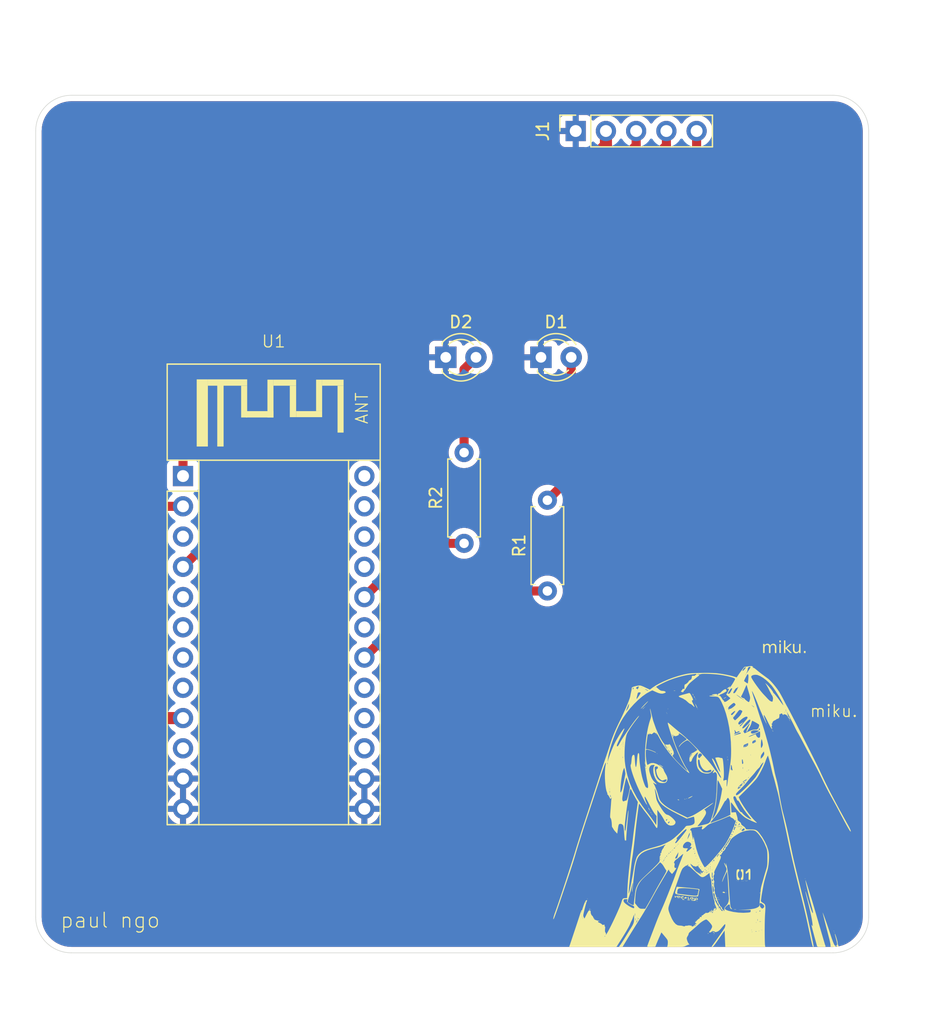
<source format=kicad_pcb>
(kicad_pcb (version 20241229) (generator "pcbnew") (generator_version "9.0")
  (layers (0 "F.Cu" signal) (2 "B.Cu" signal) (13 "F.Paste" user) (15 "B.Paste" user) (5 "F.SilkS" user "F.Silkscreen") (7 "B.SilkS" user "B.Silkscreen") (1 "F.Mask" user) (3 "B.Mask" user) (25 "Edge.Cuts" user))
  (net 0 "")
  (net 1 "Net-(D1-A)")
  (net 2 "GND")
  (net 3 "Net-(D2-A)")
  (net 4 "/SW")
  (net 5 "/VRX")
  (net 6 "/VRY")
  (net 7 "+5V")
  (net 8 "Net-(U1-IO8)")
  (net 9 "Net-(U1-IO10)")
  (footprint "Connector_PinSocket_2.54mm:PinSocket_1x05_P2.54mm_Vertical" (layer "F.Cu") (at 173.38 64 90)
    (property "Reference" "J1" (at 0 -2.77 90) (layer "F.SilkS"))
    (property "Value" "Conn_01x05_Socket")
    (pad "1" thru_hole rect (at 0 0 90) (size 1.7 1.7) (drill 1) (layers "*.Cu" "*.Mask") (net 2 "GND"))
    (pad "2" thru_hole oval (at 0 2.54 90) (size 1.7 1.7) (drill 1) (layers "*.Cu" "*.Mask") (net 7 "+5V"))
    (pad "3" thru_hole oval (at 0 5.08 90) (size 1.7 1.7) (drill 1) (layers "*.Cu" "*.Mask") (net 5 "/VRX"))
    (pad "4" thru_hole oval (at 0 7.62 90) (size 1.7 1.7) (drill 1) (layers "*.Cu" "*.Mask") (net 6 "/VRY"))
    (pad "5" thru_hole oval (at 0 10.16 90) (size 1.7 1.7) (drill 1) (layers "*.Cu" "*.Mask") (net 4 "/SW"))
  )
  (footprint "kicadpictures:mikupic" (layer "F.Cu") (at 184 120)
    (property "Reference" "G***" (hide yes))
    (property "Value" "LOGO" (hide yes))
  )
  (footprint "LED_THT:LED_D3.0mm" (layer "F.Cu") (at 170.46 83)
    (property "Reference" "D1" (at 1.27 -2.96 0) (layer "F.SilkS"))
    (property "Value" "LED")
    (pad "1" thru_hole rect (at 0 0) (size 1.8 1.8) (drill 0.9) (layers "*.Cu" "*.Mask") (net 2 "GND"))
    (pad "2" thru_hole circle (at 2.54 0) (size 1.8 1.8) (drill 0.9) (layers "*.Cu" "*.Mask") (net 1 "Net-(D1-A)"))
  )
  (footprint "Resistor_THT:R_Axial_DIN0207_L6.3mm_D2.5mm_P7.62mm_Horizontal" (layer "F.Cu") (at 171 102.62 90)
    (property "Reference" "R1" (at 3.81 -2.37 90) (layer "F.SilkS"))
    (property "Value" "R_US")
    (pad "1" thru_hole circle (at 0 0 90) (size 1.6 1.6) (drill 0.8) (layers "*.Cu" "*.Mask") (net 8 "Net-(U1-IO8)"))
    (pad "2" thru_hole oval (at 7.62 0 90) (size 1.6 1.6) (drill 0.8) (layers "*.Cu" "*.Mask") (net 1 "Net-(D1-A)"))
  )
  (footprint "LED_THT:LED_D3.0mm" (layer "F.Cu") (at 162.46 83)
    (property "Reference" "D2" (at 1.27 -2.96 0) (layer "F.SilkS"))
    (property "Value" "LED")
    (pad "1" thru_hole rect (at 0 0) (size 1.8 1.8) (drill 0.9) (layers "*.Cu" "*.Mask") (net 2 "GND"))
    (pad "2" thru_hole circle (at 2.54 0) (size 1.8 1.8) (drill 0.9) (layers "*.Cu" "*.Mask") (net 3 "Net-(D2-A)"))
  )
  (footprint "ESP32_OPS:WeAct-ESP32-C3Fx4-CoreBoard" (layer "F.Cu") (at 148 105.67)
    (property "Reference" "U1" (at 0 -24 0) (layer "F.SilkS") (effects (font (thickness 0.1))))
    (property "Value" "~" (hide yes))
    (fp_text user "ANT" (at 8 -17 90) (layer "F.SilkS") (effects (font (thickness 0.1)) (justify left bottom)))
    (pad "1" thru_hole rect (at -7.62 -12.7) (size 1.7 1.7) (drill 1) (layers "*.Cu" "*.Mask") (net 6 "/VRY"))
    (pad "2" thru_hole oval (at -7.62 -10.16) (size 1.7 1.7) (drill 1) (layers "*.Cu" "*.Mask") (net 5 "/VRX"))
    (pad "3" thru_hole oval (at -7.62 -7.62) (size 1.7 1.7) (drill 1) (layers "*.Cu" "*.Mask"))
    (pad "4" thru_hole oval (at -7.62 -5.08) (size 1.7 1.7) (drill 1) (layers "*.Cu" "*.Mask") (net 4 "/SW"))
    (pad "5" thru_hole oval (at -7.62 -2.54) (size 1.7 1.7) (drill 1) (layers "*.Cu" "*.Mask"))
    (pad "6" thru_hole oval (at -7.62 0) (size 1.7 1.7) (drill 1) (layers "*.Cu" "*.Mask"))
    (pad "7" thru_hole oval (at -7.62 2.54) (size 1.7 1.7) (drill 1) (layers "*.Cu" "*.Mask"))
    (pad "8" thru_hole oval (at -7.62 5.08) (size 1.7 1.7) (drill 1) (layers "*.Cu" "*.Mask"))
    (pad "9" thru_hole oval (at -7.62 7.62) (size 1.7 1.7) (drill 1) (layers "*.Cu" "*.Mask") (net 7 "+5V"))
    (pad "10" thru_hole oval (at -7.62 10.16) (size 1.7 1.7) (drill 1) (layers "*.Cu" "*.Mask"))
    (pad "11" thru_hole oval (at -7.62 12.7) (size 1.7 1.7) (drill 1) (layers "*.Cu" "*.Mask") (net 2 "GND"))
    (pad "12" thru_hole oval (at -7.62 15.24) (size 1.7 1.7) (drill 1) (layers "*.Cu" "*.Mask") (net 2 "GND"))
    (pad "13" thru_hole oval (at 7.62 15.24) (size 1.7 1.7) (drill 1) (layers "*.Cu" "*.Mask") (net 2 "GND"))
    (pad "14" thru_hole oval (at 7.62 12.7) (size 1.7 1.7) (drill 1) (layers "*.Cu" "*.Mask") (net 2 "GND"))
    (pad "15" thru_hole oval (at 7.62 10.16) (size 1.7 1.7) (drill 1) (layers "*.Cu" "*.Mask"))
    (pad "16" thru_hole oval (at 7.62 7.62) (size 1.7 1.7) (drill 1) (layers "*.Cu" "*.Mask"))
    (pad "17" thru_hole oval (at 7.62 5.08) (size 1.7 1.7) (drill 1) (layers "*.Cu" "*.Mask"))
    (pad "18" thru_hole oval (at 7.62 2.54) (size 1.7 1.7) (drill 1) (layers "*.Cu" "*.Mask") (net 8 "Net-(U1-IO8)"))
    (pad "19" thru_hole oval (at 7.62 0) (size 1.7 1.7) (drill 1) (layers "*.Cu" "*.Mask"))
    (pad "20" thru_hole oval (at 7.62 -2.54) (size 1.7 1.7) (drill 1) (layers "*.Cu" "*.Mask") (net 9 "Net-(U1-IO10)"))
    (pad "21" thru_hole oval (at 7.62 -5.08) (size 1.7 1.7) (drill 1) (layers "*.Cu" "*.Mask"))
    (pad "22" thru_hole oval (at 7.62 -7.62) (size 1.7 1.7) (drill 1) (layers "*.Cu" "*.Mask"))
    (pad "23" thru_hole oval (at 7.62 -10.16) (size 1.7 1.7) (drill 1) (layers "*.Cu" "*.Mask"))
    (pad "24" thru_hole oval (at 7.62 -12.7) (size 1.7 1.7) (drill 1) (layers "*.Cu" "*.Mask"))
  )
  (footprint "Resistor_THT:R_Axial_DIN0207_L6.3mm_D2.5mm_P7.62mm_Horizontal" (layer "F.Cu") (at 164 98.62 90)
    (property "Reference" "R2" (at 3.81 -2.37 90) (layer "F.SilkS"))
    (property "Value" "R_US")
    (pad "1" thru_hole circle (at 0 0 90) (size 1.6 1.6) (drill 0.8) (layers "*.Cu" "*.Mask") (net 9 "Net-(U1-IO10)"))
    (pad "2" thru_hole oval (at 7.62 0 90) (size 1.6 1.6) (drill 0.8) (layers "*.Cu" "*.Mask") (net 3 "Net-(D2-A)"))
  )
  (gr_line (start 128 64) (end 128 130) (stroke (width 0.05)) (layer "Edge.Cuts"))
  (gr_line (start 195 61) (end 131 61) (stroke (width 0.05)) (layer "Edge.Cuts"))
  (gr_arc (start 131 133) (mid 128.87868 132.12132) (end 128 130) (stroke (width 0.05)) (layer "Edge.Cuts"))
  (gr_line (start 131 133) (end 195 133) (stroke (width 0.05)) (layer "Edge.Cuts"))
  (gr_arc (start 128 64) (mid 128.87868 61.87868) (end 131 61) (stroke (width 0.05)) (layer "Edge.Cuts"))
  (gr_arc (start 195 61) (mid 197.12132 61.87868) (end 198 64) (stroke (width 0.05)) (layer "Edge.Cuts"))
  (gr_line (start 198 130) (end 198 64) (stroke (width 0.05)) (layer "Edge.Cuts"))
  (gr_arc (start 198 130) (mid 197.12132 132.12132) (end 195 133) (stroke (width 0.05)) (layer "Edge.Cuts"))
  (gr_text "miku.\n" (at 193 113.285246 0) (layer "F.SilkS") (effects (font (size 1 1) (thickness 0.1)) (justify left bottom)))
  (gr_text "miku.\n" (at 189 108 0) (layer "F.SilkS") (effects (font (size 1 1) (thickness 0.1)) (justify left bottom)))
  (gr_text "paul ngo" (at 130 131 0) (layer "F.SilkS") (effects (font (size 1.25 1.25) (thickness 0.1)) (justify left bottom)))
  (segment (start 173 93) (end 173 83) (width 0.762) (layer "F.Cu") (net 1))
  (segment (start 171 95) (end 173 93) (width 0.762) (layer "F.Cu") (net 1))
  (segment (start 164 91) (end 164 84) (width 0.762) (layer "F.Cu") (net 3))
  (segment (start 164 84) (end 165 83) (width 0.762) (layer "F.Cu") (net 3))
  (segment (start 183.54 66.555865) (end 173.095865 77) (width 0.762) (layer "F.Cu") (net 4))
  (segment (start 183.54 64) (end 183.54 66.555865) (width 0.762) (layer "F.Cu") (net 4))
  (segment (start 152 77) (end 146 83) (width 0.762) (layer "F.Cu") (net 4))
  (segment (start 173.095865 77) (end 152 77) (width 0.762) (layer "F.Cu") (net 4))
  (segment (start 146 83) (end 146 94.97) (width 0.762) (layer "F.Cu") (net 4))
  (segment (start 146 94.97) (end 140.38 100.59) (width 0.762) (layer "F.Cu") (net 4))
  (segment (start 133 92) (end 136.51 95.51) (width 0.762) (layer "F.Cu") (net 5))
  (segment (start 136.51 95.51) (end 140.38 95.51) (width 0.762) (layer "F.Cu") (net 5))
  (segment (start 178.46 65.202081) (end 172.662081 71) (width 0.762) (layer "F.Cu") (net 5))
  (segment (start 133 74) (end 133 92) (width 0.762) (layer "F.Cu") (net 5))
  (segment (start 136 71) (end 133 74) (width 0.762) (layer "F.Cu") (net 5))
  (segment (start 178.46 64) (end 178.46 65.202081) (width 0.762) (layer "F.Cu") (net 5))
  (segment (start 172.662081 71) (end 136 71) (width 0.762) (layer "F.Cu") (net 5))
  (segment (start 172.202081 74) (end 147 74) (width 0.762) (layer "F.Cu") (net 6))
  (segment (start 147 74) (end 140.38 80.62) (width 0.762) (layer "F.Cu") (net 6))
  (segment (start 181 65.202081) (end 172.202081 74) (width 0.762) (layer "F.Cu") (net 6))
  (segment (start 181 64) (end 181 65.202081) (width 0.762) (layer "F.Cu") (net 6))
  (segment (start 140.38 80.62) (end 140.38 92.97) (width 0.762) (layer "F.Cu") (net 6))
  (segment (start 175.92 65.202081) (end 173.122081 68) (width 1.016) (layer "F.Cu") (net 7))
  (segment (start 130 111) (end 132.29 113.29) (width 1.016) (layer "F.Cu") (net 7))
  (segment (start 130 71) (end 130 111) (width 1.016) (layer "F.Cu") (net 7))
  (segment (start 173.122081 68) (end 133 68) (width 1.016) (layer "F.Cu") (net 7))
  (segment (start 133 68) (end 130 71) (width 1.016) (layer "F.Cu") (net 7))
  (segment (start 132.29 113.29) (end 140.38 113.29) (width 1.016) (layer "F.Cu") (net 7))
  (segment (start 175.92 64) (end 175.92 65.202081) (width 1.016) (layer "F.Cu") (net 7))
  (segment (start 161.21 102.62) (end 171 102.62) (width 0.762) (layer "F.Cu") (net 8))
  (segment (start 155.62 108.21) (end 161.21 102.62) (width 0.762) (layer "F.Cu") (net 8))
  (segment (start 160.13 98.62) (end 164 98.62) (width 0.762) (layer "F.Cu") (net 9))
  (segment (start 155.62 103.13) (end 160.13 98.62) (width 0.762) (layer "F.Cu") (net 9))
  (zone (net 2) (net_name "GND") (layers "F.Cu" "B.Cu") (connect_pads (clearance 0.5)) (min_thickness 0.25) (fill yes (thermal_gap 0.5) (thermal_bridge_width 0.5))
    (polygon (pts (xy 125 53) (xy 204 53) (xy 202 139) (xy 126 136)))
  )
)
</source>
